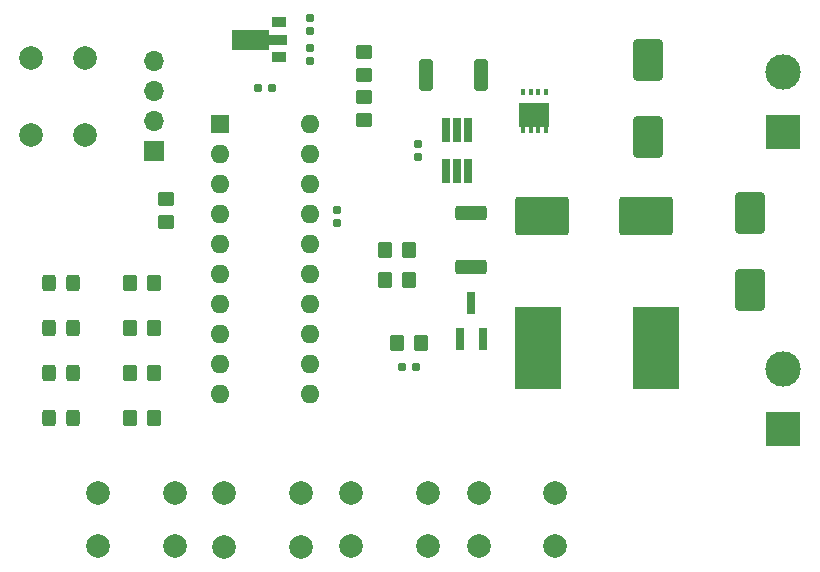
<source format=gts>
G04 #@! TF.GenerationSoftware,KiCad,Pcbnew,7.0.7*
G04 #@! TF.CreationDate,2023-12-28T09:21:25+02:00*
G04 #@! TF.ProjectId,LED Dimmer,4c454420-4469-46d6-9d65-722e6b696361,rev?*
G04 #@! TF.SameCoordinates,Original*
G04 #@! TF.FileFunction,Soldermask,Top*
G04 #@! TF.FilePolarity,Negative*
%FSLAX46Y46*%
G04 Gerber Fmt 4.6, Leading zero omitted, Abs format (unit mm)*
G04 Created by KiCad (PCBNEW 7.0.7) date 2023-12-28 09:21:25*
%MOMM*%
%LPD*%
G01*
G04 APERTURE LIST*
G04 Aperture macros list*
%AMRoundRect*
0 Rectangle with rounded corners*
0 $1 Rounding radius*
0 $2 $3 $4 $5 $6 $7 $8 $9 X,Y pos of 4 corners*
0 Add a 4 corners polygon primitive as box body*
4,1,4,$2,$3,$4,$5,$6,$7,$8,$9,$2,$3,0*
0 Add four circle primitives for the rounded corners*
1,1,$1+$1,$2,$3*
1,1,$1+$1,$4,$5*
1,1,$1+$1,$6,$7*
1,1,$1+$1,$8,$9*
0 Add four rect primitives between the rounded corners*
20,1,$1+$1,$2,$3,$4,$5,0*
20,1,$1+$1,$4,$5,$6,$7,0*
20,1,$1+$1,$6,$7,$8,$9,0*
20,1,$1+$1,$8,$9,$2,$3,0*%
%AMFreePoly0*
4,1,9,3.862500,-0.866500,0.737500,-0.866500,0.737500,-0.450000,-0.737500,-0.450000,-0.737500,0.450000,0.737500,0.450000,0.737500,0.866500,3.862500,0.866500,3.862500,-0.866500,3.862500,-0.866500,$1*%
G04 Aperture macros list end*
%ADD10R,3.000000X3.000000*%
%ADD11C,3.000000*%
%ADD12RoundRect,0.250000X0.350000X0.450000X-0.350000X0.450000X-0.350000X-0.450000X0.350000X-0.450000X0*%
%ADD13R,1.700000X1.700000*%
%ADD14O,1.700000X1.700000*%
%ADD15RoundRect,0.155000X-0.212500X-0.155000X0.212500X-0.155000X0.212500X0.155000X-0.212500X0.155000X0*%
%ADD16RoundRect,0.250000X-0.450000X0.350000X-0.450000X-0.350000X0.450000X-0.350000X0.450000X0.350000X0*%
%ADD17C,2.000000*%
%ADD18R,0.650000X2.000000*%
%ADD19RoundRect,0.250000X-0.325000X-0.450000X0.325000X-0.450000X0.325000X0.450000X-0.325000X0.450000X0*%
%ADD20RoundRect,0.155000X-0.155000X0.212500X-0.155000X-0.212500X0.155000X-0.212500X0.155000X0.212500X0*%
%ADD21RoundRect,0.250000X-0.350000X-0.450000X0.350000X-0.450000X0.350000X0.450000X-0.350000X0.450000X0*%
%ADD22RoundRect,0.250000X1.000000X-1.500000X1.000000X1.500000X-1.000000X1.500000X-1.000000X-1.500000X0*%
%ADD23RoundRect,0.155000X0.155000X-0.212500X0.155000X0.212500X-0.155000X0.212500X-0.155000X-0.212500X0*%
%ADD24RoundRect,0.250000X2.000000X-1.400000X2.000000X1.400000X-2.000000X1.400000X-2.000000X-1.400000X0*%
%ADD25R,4.000000X7.000000*%
%ADD26R,0.400000X0.600000*%
%ADD27R,0.400000X0.550000*%
%ADD28R,2.650000X2.030000*%
%ADD29R,0.800000X1.900000*%
%ADD30R,1.300000X0.900000*%
%ADD31FreePoly0,180.000000*%
%ADD32RoundRect,0.250000X-1.000000X1.500000X-1.000000X-1.500000X1.000000X-1.500000X1.000000X1.500000X0*%
%ADD33R,1.600000X1.600000*%
%ADD34O,1.600000X1.600000*%
%ADD35RoundRect,0.250000X-0.362500X-1.075000X0.362500X-1.075000X0.362500X1.075000X-0.362500X1.075000X0*%
%ADD36RoundRect,0.250000X1.075000X-0.362500X1.075000X0.362500X-1.075000X0.362500X-1.075000X-0.362500X0*%
G04 APERTURE END LIST*
D10*
X237190000Y-90874000D03*
D11*
X237190000Y-85794000D03*
D12*
X183864000Y-111252000D03*
X181864000Y-111252000D03*
D13*
X183896000Y-92456000D03*
D14*
X183896000Y-89916000D03*
X183896000Y-87376000D03*
X183896000Y-84836000D03*
D15*
X192726500Y-87122000D03*
X193861500Y-87122000D03*
D16*
X201676000Y-84090000D03*
X201676000Y-86090000D03*
D17*
X189842000Y-121484000D03*
X196342000Y-121484000D03*
X189842000Y-125984000D03*
X196342000Y-125984000D03*
D18*
X208620000Y-94152000D03*
X209570000Y-94152000D03*
X210520000Y-94152000D03*
X210520000Y-90732000D03*
X209570000Y-90732000D03*
X208620000Y-90732000D03*
D19*
X174972000Y-103632000D03*
X177022000Y-103632000D03*
D20*
X197104000Y-81220500D03*
X197104000Y-82355500D03*
D21*
X203470000Y-100838000D03*
X205470000Y-100838000D03*
D22*
X234396000Y-104284000D03*
X234396000Y-97784000D03*
D17*
X211380000Y-121448000D03*
X217880000Y-121448000D03*
X211380000Y-125948000D03*
X217880000Y-125948000D03*
D12*
X183864000Y-107442000D03*
X181864000Y-107442000D03*
D19*
X174972000Y-111252000D03*
X177022000Y-111252000D03*
D23*
X197104000Y-84895500D03*
X197104000Y-83760500D03*
D15*
X204918500Y-110744000D03*
X206053500Y-110744000D03*
D17*
X173518000Y-91134000D03*
X173518000Y-84634000D03*
X178018000Y-91134000D03*
X178018000Y-84634000D03*
D12*
X183864000Y-115062000D03*
X181864000Y-115062000D03*
D24*
X216788000Y-97986000D03*
X225588000Y-97986000D03*
D16*
X201676000Y-87900000D03*
X201676000Y-89900000D03*
D25*
X216442000Y-109162000D03*
X226442000Y-109162000D03*
D26*
X217083000Y-87496000D03*
X216433000Y-87496000D03*
X215783000Y-87496000D03*
X215133000Y-87496000D03*
D27*
X217083000Y-90721000D03*
X216433000Y-90721000D03*
D28*
X216108000Y-89431000D03*
D27*
X215783000Y-90721000D03*
X215133000Y-90721000D03*
D23*
X199390000Y-98611500D03*
X199390000Y-97476500D03*
D29*
X209824000Y-108376000D03*
X211724000Y-108376000D03*
X210774000Y-105376000D03*
D19*
X174972000Y-107442000D03*
X177022000Y-107442000D03*
D30*
X194482000Y-84558000D03*
D31*
X194394500Y-83058000D03*
D30*
X194482000Y-81558000D03*
D20*
X206268000Y-91874500D03*
X206268000Y-93009500D03*
D16*
X184912000Y-96536000D03*
X184912000Y-98536000D03*
D21*
X204486000Y-108712000D03*
X206486000Y-108712000D03*
D12*
X183880000Y-103632000D03*
X181880000Y-103632000D03*
D17*
X200562000Y-121448000D03*
X207062000Y-121448000D03*
X200562000Y-125948000D03*
X207062000Y-125948000D03*
D32*
X225760000Y-84830000D03*
X225760000Y-91330000D03*
D17*
X179174000Y-121448000D03*
X185674000Y-121448000D03*
X179174000Y-125948000D03*
X185674000Y-125948000D03*
D33*
X189494000Y-90175000D03*
D34*
X189494000Y-92715000D03*
X189494000Y-95255000D03*
X189494000Y-97795000D03*
X189494000Y-100335000D03*
X189494000Y-102875000D03*
X189494000Y-105415000D03*
X189494000Y-107955000D03*
X189494000Y-110495000D03*
X189494000Y-113035000D03*
X197114000Y-113035000D03*
X197114000Y-110495000D03*
X197114000Y-107955000D03*
X197114000Y-105415000D03*
X197114000Y-102875000D03*
X197114000Y-100335000D03*
X197114000Y-97795000D03*
X197114000Y-95255000D03*
X197114000Y-92715000D03*
X197114000Y-90175000D03*
D35*
X206937500Y-86048000D03*
X211562500Y-86048000D03*
D10*
X237190000Y-116020000D03*
D11*
X237190000Y-110940000D03*
D12*
X205470000Y-103378000D03*
X203470000Y-103378000D03*
D36*
X210774000Y-102330500D03*
X210774000Y-97705500D03*
D19*
X174981000Y-115062000D03*
X177031000Y-115062000D03*
M02*

</source>
